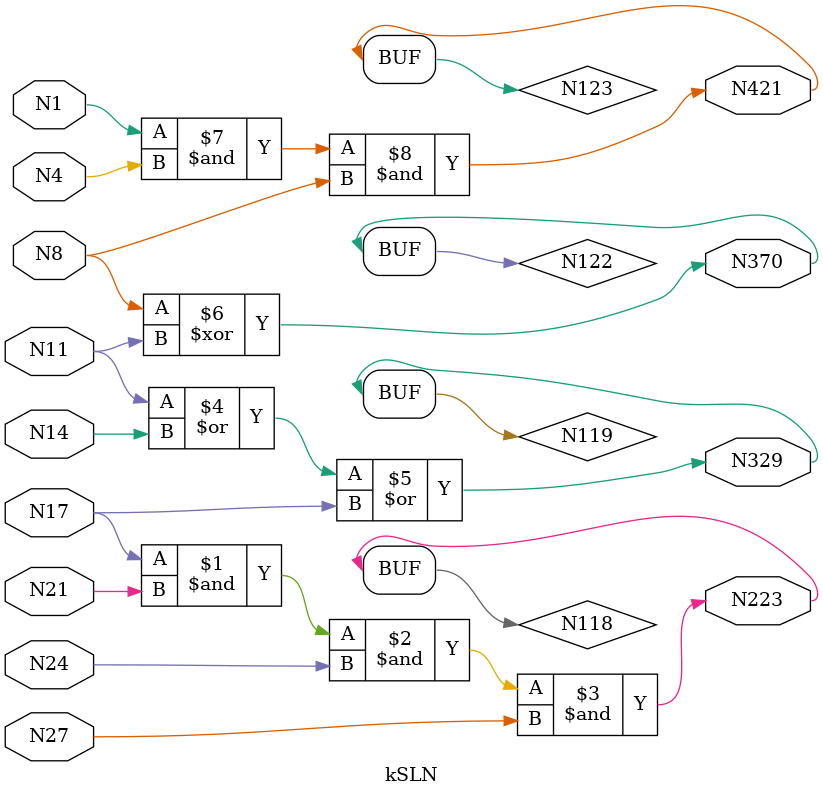
<source format=v>

module  kSLN (N1,N4,N8,N11,N14,N17,N21,N24,N27,N223,N329,N370,N421);

input N1,N4,N8,N11,N14,N17,N21,N24,N27;

output N223,N329,N370,N421;

wire N118,N119,N122,N123;

and AND4_1 (N118, N17, N21, N24, N27);
or  OR3_2  (N119, N11, N14, N17);
xor XOR2_3 (N122, N8, N11);
and AND3_4 (N123, N1, N4, N8);

buf BUF_5 (N223, N118);
buf BUF_6 (N329, N119);
buf BUF_7 (N370, N122);
buf BUF_8 (N421, N123);

endmodule



</source>
